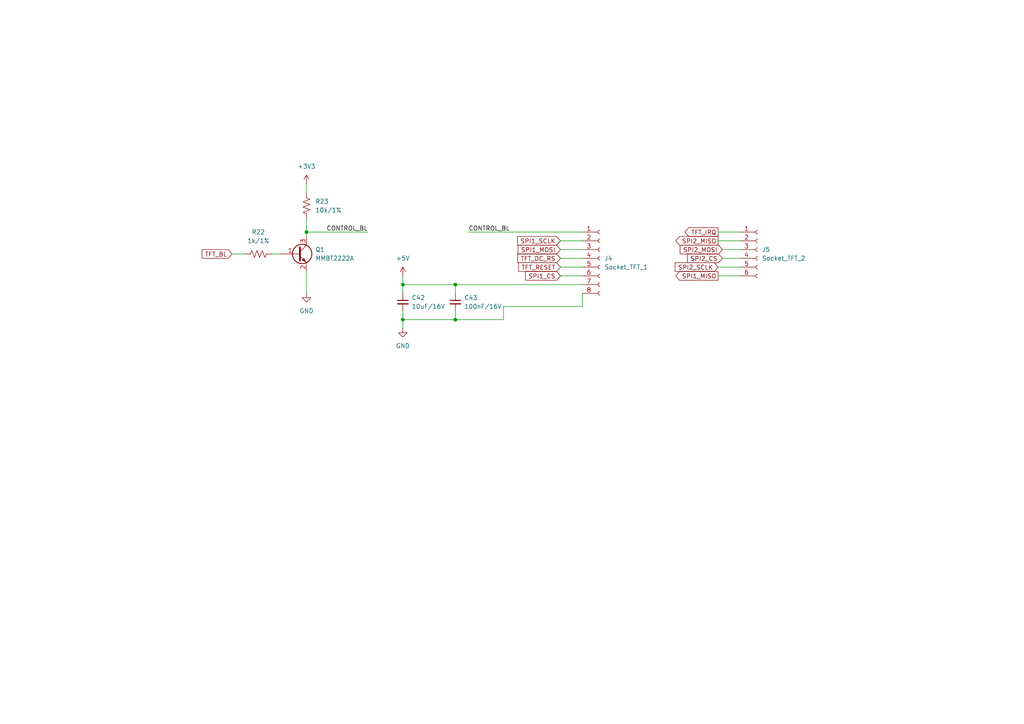
<source format=kicad_sch>
(kicad_sch (version 20231120) (generator "eeschema") (generator_version "8.0")
  (paper "A4")
  (title_block (title "ILI9341") (date "2024-03-08"))
  (lib_symbols
    (symbol "Connector:Conn_01x06_Socket" (pin_names (offset 1.016) hide)
      (property "Reference" "J" (at 0 7.62 0))
      (property "Value" "Conn_01x06_Socket" (at 0 -10.16 0))
      (symbol "Conn_01x06_Socket_1_1"
        (arc (start 0 -7.112) (mid -0.5058 -7.62) (end 0 -8.128) (stroke (width 0.1524)))
        (arc (start 0 -4.572) (mid -0.5058 -5.08) (end 0 -5.588) (stroke (width 0.1524)))
        (arc (start 0 -2.032) (mid -0.5058 -2.54) (end 0 -3.048) (stroke (width 0.1524)))
        (polyline (pts (xy -1.27 -7.62) (xy -0.508 -7.62)) (stroke (width 0.1524)))
        (polyline (pts (xy -1.27 -5.08) (xy -0.508 -5.08)) (stroke (width 0.1524)))
        (polyline (pts (xy -1.27 -2.54) (xy -0.508 -2.54)) (stroke (width 0.1524)))
        (polyline (pts (xy -1.27 0) (xy -0.508 0)) (stroke (width 0.1524)))
        (polyline (pts (xy -1.27 2.54) (xy -0.508 2.54)) (stroke (width 0.1524)))
        (polyline (pts (xy -1.27 5.08) (xy -0.508 5.08)) (stroke (width 0.1524)))
        (arc (start 0 0.508) (mid -0.5058 0) (end 0 -0.508) (stroke (width 0.1524)))
        (arc (start 0 3.048) (mid -0.5058 2.54) (end 0 2.032) (stroke (width 0.1524)))
        (arc (start 0 5.588) (mid -0.5058 5.08) (end 0 4.572) (stroke (width 0.1524)))
        (pin passive line (at -5.08 5.08 0) (length 3.81) (name "Pin_1") (number "1"))
        (pin passive line (at -5.08 2.54 0) (length 3.81) (name "Pin_2") (number "2"))
        (pin passive line (at -5.08 0 0) (length 3.81) (name "Pin_3") (number "3"))
        (pin passive line (at -5.08 -2.54 0) (length 3.81) (name "Pin_4") (number "4"))
        (pin passive line (at -5.08 -5.08 0) (length 3.81) (name "Pin_5") (number "5"))
        (pin passive line (at -5.08 -7.62 0) (length 3.81) (name "Pin_6") (number "6"))
      )
    )
    (symbol "Connector:Conn_01x08_Socket" (pin_names (offset 1.016) hide)
      (property "Reference" "J" (at 0 10.16 0))
      (property "Value" "Conn_01x08_Socket" (at 0 -12.7 0))
      (symbol "Conn_01x08_Socket_1_1"
        (arc (start 0 -9.652) (mid -0.5058 -10.16) (end 0 -10.668) (stroke (width 0.1524)))
        (arc (start 0 -7.112) (mid -0.5058 -7.62) (end 0 -8.128) (stroke (width 0.1524)))
        (arc (start 0 -4.572) (mid -0.5058 -5.08) (end 0 -5.588) (stroke (width 0.1524)))
        (arc (start 0 -2.032) (mid -0.5058 -2.54) (end 0 -3.048) (stroke (width 0.1524)))
        (polyline (pts (xy -1.27 -10.16) (xy -0.508 -10.16)) (stroke (width 0.1524)))
        (polyline (pts (xy -1.27 -7.62) (xy -0.508 -7.62)) (stroke (width 0.1524)))
        (polyline (pts (xy -1.27 -5.08) (xy -0.508 -5.08)) (stroke (width 0.1524)))
        (polyline (pts (xy -1.27 -2.54) (xy -0.508 -2.54)) (stroke (width 0.1524)))
        (polyline (pts (xy -1.27 0) (xy -0.508 0)) (stroke (width 0.1524)))
        (polyline (pts (xy -1.27 2.54) (xy -0.508 2.54)) (stroke (width 0.1524)))
        (polyline (pts (xy -1.27 5.08) (xy -0.508 5.08)) (stroke (width 0.1524)))
        (polyline (pts (xy -1.27 7.62) (xy -0.508 7.62)) (stroke (width 0.1524)))
        (arc (start 0 0.508) (mid -0.5058 0) (end 0 -0.508) (stroke (width 0.1524)))
        (arc (start 0 3.048) (mid -0.5058 2.54) (end 0 2.032) (stroke (width 0.1524)))
        (arc (start 0 5.588) (mid -0.5058 5.08) (end 0 4.572) (stroke (width 0.1524)))
        (arc (start 0 8.128) (mid -0.5058 7.62) (end 0 7.112) (stroke (width 0.1524)))
        (pin passive line (at -5.08 7.62 0) (length 3.81) (name "Pin_1") (number "1"))
        (pin passive line (at -5.08 5.08 0) (length 3.81) (name "Pin_2") (number "2"))
        (pin passive line (at -5.08 2.54 0) (length 3.81) (name "Pin_3") (number "3"))
        (pin passive line (at -5.08 0 0) (length 3.81) (name "Pin_4") (number "4"))
        (pin passive line (at -5.08 -2.54 0) (length 3.81) (name "Pin_5") (number "5"))
        (pin passive line (at -5.08 -5.08 0) (length 3.81) (name "Pin_6") (number "6"))
        (pin passive line (at -5.08 -7.62 0) (length 3.81) (name "Pin_7") (number "7"))
        (pin passive line (at -5.08 -10.16 0) (length 3.81) (name "Pin_8") (number "8"))
      )
    )
    (symbol "Device:C_Small" (pin_numbers hide) (pin_names (offset 0.254) hide)
      (property "Reference" "C" (at 0.254 1.778 0))
      (property "Value" "C_Small" (at 0.254 -2.032 0))
      (symbol "C_Small_0_1"
        (polyline (pts (xy -1.524 -0.508) (xy 1.524 -0.508)) (stroke (width 0.3302)))
        (polyline (pts (xy -1.524 0.508) (xy 1.524 0.508)) (stroke (width 0.3048)))
      )
      (symbol "C_Small_1_1"
        (pin passive line (at 0 2.54 270) (length 2.032) (name "~") (number "1"))
        (pin passive line (at 0 -2.54 90) (length 2.032) (name "~") (number "2"))
      )
    )
    (symbol "Device:R_US" (pin_numbers hide) (pin_names (offset 0))
      (property "Reference" "R" (at 2.54 0 90))
      (property "Value" "R_US" (at -2.54 0 90))
      (symbol "R_US_0_1"
        (polyline (pts (xy 0 -2.286) (xy 0 -2.54)))
        (polyline (pts (xy 0 2.286) (xy 0 2.54)))
        (polyline (pts (xy 0 -0.762) (xy 1.016 -1.143) (xy 0 -1.524) (xy -1.016 -1.905) (xy 0 -2.286)))
        (polyline (pts (xy 0 0.762) (xy 1.016 0.381) (xy 0 0) (xy -1.016 -0.381) (xy 0 -0.762)))
        (polyline (pts (xy 0 2.286) (xy 1.016 1.905) (xy 0 1.524) (xy -1.016 1.143) (xy 0 0.762)))
      )
      (symbol "R_US_1_1"
        (pin passive line (at 0 3.81 270) (length 1.27) (name "~") (number "1"))
        (pin passive line (at 0 -3.81 90) (length 1.27) (name "~") (number "2"))
      )
    )
    (symbol "MMBT2222A:MMBT2222A" (pin_names (offset 1.016))
      (property "Reference" "Q" (at 5.08 2.54 0))
      (property "Value" "MMBT2222A" (at 7.62 0 0))
      (symbol "MMBT2222A_0_1"
        (polyline (pts (xy 1.905 0.635) (xy 3.81 2.54)))
        (polyline (pts (xy 1.905 -0.635) (xy 3.81 -2.54) (xy 3.81 -2.54)))
        (polyline (pts (xy 1.905 1.905) (xy 1.905 -1.905) (xy 1.905 -1.905)) (stroke (width 0.508)))
        (polyline (pts (xy 2.54 -1.778) (xy 3.048 -1.27) (xy 3.556 -2.286) (xy 2.54 -1.778) (xy 2.54 -1.778)) (fill (type outline)))
        (circle (center 2.54 0) (radius 2.8194) (stroke (width 0.254)))
      )
      (symbol "MMBT2222A_1_1"
        (pin passive line (at -3.81 0 0) (length 5.715) (name "") (number "1"))
        (pin passive line (at 3.81 -5.08 90) (length 2.54) (name "") (number "2"))
        (pin passive line (at 3.81 5.08 270) (length 2.54) (name "") (number "3"))
      )
    )
    (symbol "power:+3V3" (power) (pin_names (offset 0))
      (property "Value" "+3V3" (at 0 3.556 0))
      (symbol "+3V3_0_1"
        (polyline (pts (xy -0.762 1.27) (xy 0 2.54)))
        (polyline (pts (xy 0 0) (xy 0 2.54)))
        (polyline (pts (xy 0 2.54) (xy 0.762 1.27)))
      )
      (symbol "+3V3_1_1"
        (pin power_in line (at 0 0 90) (length 0) hide (name "+3V3") (number "1"))
      )
    )
    (symbol "power:+5V" (power) (pin_names (offset 0))
      (property "Value" "+5V" (at 0 3.556 0))
      (symbol "+5V_0_1"
        (polyline (pts (xy -0.762 1.27) (xy 0 2.54)))
        (polyline (pts (xy 0 0) (xy 0 2.54)))
        (polyline (pts (xy 0 2.54) (xy 0.762 1.27)))
      )
      (symbol "+5V_1_1"
        (pin power_in line (at 0 0 90) (length 0) hide (name "+5V") (number "1"))
      )
    )
    (symbol "power:GND" (power) (pin_names (offset 0))
      (property "Value" "GND" (at 0 -3.81 0))
      (symbol "GND_0_1"
        (polyline (pts (xy 0 0) (xy 0 -1.27) (xy 1.27 -1.27) (xy 0 -2.54) (xy -1.27 -1.27) (xy 0 -1.27)))
      )
      (symbol "GND_1_1"
        (pin power_in line (at 0 0 270) (length 0) hide (name "GND") (number "1"))
      )
    )
  )
  (junction (at 88.9 67.31))
  (junction (at 116.84 82.55))
  (junction (at 116.84 92.71))
  (junction (at 132.08 82.55))
  (junction (at 132.08 92.71))
  (wire (pts (xy 88.9 53.34) (xy 88.9 55.88)))
  (wire (pts (xy 116.84 80.01) (xy 116.84 82.55)))
  (wire (pts (xy 162.56 69.85) (xy 168.91 69.85)))
  (wire (pts (xy 116.84 92.71) (xy 116.84 95.25)))
  (wire (pts (xy 209.55 72.39) (xy 214.63 72.39)))
  (wire (pts (xy 168.91 82.55) (xy 132.08 82.55)))
  (wire (pts (xy 208.28 80.01) (xy 214.63 80.01)))
  (wire (pts (xy 116.84 90.17) (xy 116.84 92.71)))
  (wire (pts (xy 162.56 77.47) (xy 168.91 77.47)))
  (wire (pts (xy 162.56 74.93) (xy 168.91 74.93)))
  (wire (pts (xy 209.55 74.93) (xy 214.63 74.93)))
  (wire (pts (xy 132.08 82.55) (xy 132.08 85.09)))
  (wire (pts (xy 88.9 67.31) (xy 88.9 68.58)))
  (wire (pts (xy 132.08 92.71) (xy 132.08 90.17)))
  (wire (pts (xy 208.28 69.85) (xy 214.63 69.85)))
  (wire (pts (xy 88.9 63.5) (xy 88.9 67.31)))
  (wire (pts (xy 146.05 88.9) (xy 146.05 92.71)))
  (wire (pts (xy 116.84 82.55) (xy 116.84 85.09)))
  (wire (pts (xy 67.31 73.66) (xy 71.12 73.66)))
  (wire (pts (xy 88.9 78.74) (xy 88.9 85.09)))
  (wire (pts (xy 88.9 67.31) (xy 106.68 67.31)))
  (wire (pts (xy 146.05 92.71) (xy 132.08 92.71)))
  (wire (pts (xy 162.56 80.01) (xy 168.91 80.01)))
  (wire (pts (xy 78.74 73.66) (xy 81.28 73.66)))
  (wire (pts (xy 116.84 92.71) (xy 132.08 92.71)))
  (wire (pts (xy 208.28 67.31) (xy 214.63 67.31)))
  (wire (pts (xy 135.89 67.31) (xy 168.91 67.31)))
  (wire (pts (xy 208.28 77.47) (xy 214.63 77.47)))
  (wire (pts (xy 162.56 72.39) (xy 168.91 72.39)))
  (wire (pts (xy 132.08 82.55) (xy 116.84 82.55)))
  (wire (pts (xy 168.91 88.9) (xy 146.05 88.9)))
  (wire (pts (xy 168.91 85.09) (xy 168.91 88.9)))
  (label "CONTROL_BL" (at 106.68 67.31 180))
  (label "CONTROL_BL" (at 135.89 67.31 0))
  (global_label "TFT_IRQ" (shape output) (at 208.28 67.31 180) (property "Intersheetrefs" "${INTERSHEET_REFS}" (effects (hide yes))))
  (global_label "TFT_DC_RS" (shape input) (at 162.56 74.93 180) (property "Intersheetrefs" "${INTERSHEET_REFS}" (effects (hide yes))))
  (global_label "TFT_BL" (shape input) (at 67.31 73.66 180) (property "Intersheetrefs" "${INTERSHEET_REFS}" (effects (hide yes))))
  (global_label "SPI1_MOSI" (shape input) (at 162.56 72.39 180) (property "Intersheetrefs" "${INTERSHEET_REFS}" (effects (hide yes))))
  (global_label "TFT_RESET" (shape input) (at 162.56 77.47 180) (property "Intersheetrefs" "${INTERSHEET_REFS}" (effects (hide yes))))
  (global_label "SPI2_CS" (shape input) (at 209.55 74.93 180) (property "Intersheetrefs" "${INTERSHEET_REFS}" (effects (hide yes))))
  (global_label "SPI2_MOSI" (shape input) (at 209.55 72.39 180) (property "Intersheetrefs" "${INTERSHEET_REFS}" (effects (hide yes))))
  (global_label "SPI1_MISO" (shape output) (at 208.28 80.01 180) (property "Intersheetrefs" "${INTERSHEET_REFS}" (effects (hide yes))))
  (global_label "SPI1_SCLK" (shape input) (at 162.56 69.85 180) (property "Intersheetrefs" "${INTERSHEET_REFS}" (effects (hide yes))))
  (global_label "SPI2_SCLK" (shape input) (at 208.28 77.47 180) (property "Intersheetrefs" "${INTERSHEET_REFS}" (effects (hide yes))))
  (global_label "SPI2_MISO" (shape output) (at 208.28 69.85 180) (property "Intersheetrefs" "${INTERSHEET_REFS}" (effects (hide yes))))
  (global_label "SPI1_CS" (shape input) (at 162.56 80.01 180) (property "Intersheetrefs" "${INTERSHEET_REFS}" (effects (hide yes))))
  (symbol (lib_id "Device:C_Small") (at 116.84 87.63 0) (unit 1)
    (property "Reference" "C42" (at 119.38 86.3663 0) (effects (justify left)))
    (property "Value" "10uF/16V" (at 119.38 88.9063 0) (effects (justify left)))
    (property "Footprint" "Capacitor_SMD:C_0603_1608Metric_Pad1.08x0.95mm_HandSolder" (effects (hide yes)))
    (property "URL" "https://www.thegioiic.com/tu-gom-0603-10uf-16v" (effects (hide yes)))
  )
  (symbol (lib_id "Connector:Conn_01x08_Socket") (at 173.99 74.93 0) (unit 1)
    (property "Reference" "J4" (at 175.26 74.93 0) (effects (justify left)))
    (property "Value" "Socket_TFT_1" (at 175.26 77.47 0) (effects (justify left)))
    (property "Footprint" "XH_2_54:au_XH_2.54mm_8_Chan_Dan_SMD_Nam_Ngang" (effects (hide yes)))
    (property "URL" "https://www.thegioiic.com/dau-xh-2-54mm-8-chan-dan-smd-nam-ngang" (effects (hide yes)))
  )
  (symbol (lib_id "Device:C_Small") (at 132.08 87.63 0) (unit 1)
    (property "Reference" "C43" (at 134.62 86.3663 0) (effects (justify left)))
    (property "Value" "100nF/16V" (at 134.62 88.9063 0) (effects (justify left)))
    (property "Footprint" "Capacitor_SMD:C_0603_1608Metric_Pad1.08x0.95mm_HandSolder" (effects (hide yes)))
    (property "URL" "https://www.thegioiic.com/tu-gom-0603-100nf-0-1uf-16v" (effects (hide yes)))
  )
  (symbol (lib_id "Device:R_US") (at 74.93 73.66 90) (unit 1)
    (property "Reference" "R22" (at 74.93 67.31 90))
    (property "Value" "1k/1%" (at 74.93 69.85 90))
    (property "Footprint" "Resistor_SMD:R_0603_1608Metric_Pad0.98x0.95mm_HandSolder" (effects (hide yes)))
    (property "URL" "https://www.thegioiic.com/dien-tro-1-kohm-0603-1-" (effects (hide yes)))
  )
  (symbol (lib_id "power:GND") (at 88.9 85.09 0) (unit 1)
    (property "Reference" "#PWR056" (effects (hide yes)))
    (property "Value" "GND" (at 88.9 90.17 0))
  )
  (symbol (lib_id "Device:R_US") (at 88.9 59.69 0) (unit 1)
    (property "Reference" "R23" (at 91.44 58.42 0) (effects (justify left)))
    (property "Value" "10k/1%" (at 91.44 60.96 0) (effects (justify left)))
    (property "Footprint" "Resistor_SMD:R_0603_1608Metric_Pad0.98x0.95mm_HandSolder" (effects (hide yes)))
    (property "URL" "https://www.thegioiic.com/dien-tro-10-kohm-0603-1-" (effects (hide yes)))
  )
  (symbol (lib_id "power:+5V") (at 116.84 80.01 0) (unit 1)
    (property "Reference" "#PWR057" (effects (hide yes)))
    (property "Value" "+5V" (at 116.84 74.93 0))
  )
  (symbol (lib_id "power:GND") (at 116.84 95.25 0) (unit 1)
    (property "Reference" "#PWR058" (effects (hide yes)))
    (property "Value" "GND" (at 116.84 100.33 0))
  )
  (symbol (lib_id "MMBT2222A:MMBT2222A") (at 85.09 73.66 0) (unit 1)
    (property "Reference" "Q1" (at 91.44 72.39 0) (effects (justify left)))
    (property "Value" "MMBT2222A" (at 91.44 74.93 0) (effects (justify left)))
    (property "Footprint" "MMBT2222A:SOT103P240X110-3N" (effects (hide yes)))
  )
  (symbol (lib_id "power:+3V3") (at 88.9 53.34 0) (unit 1)
    (property "Reference" "#PWR055" (effects (hide yes)))
    (property "Value" "+3V3" (at 88.9 48.26 0))
  )
  (symbol (lib_id "Connector:Conn_01x06_Socket") (at 219.71 72.39 0) (unit 1)
    (property "Reference" "J5" (at 220.98 72.39 0) (effects (justify left)))
    (property "Value" "Socket_TFT_2" (at 220.98 74.93 0) (effects (justify left)))
    (property "Footprint" "XH_2_54:au_XH_2.54mm_6_Chan_Dan_SMD_Nam_Ngang" (effects (hide yes)))
    (property "URL" "https://www.thegioiic.com/dau-xh-2-54mm-6-chan-dan-smd-nam-ngang" (effects (hide yes)))
  )
)
</source>
